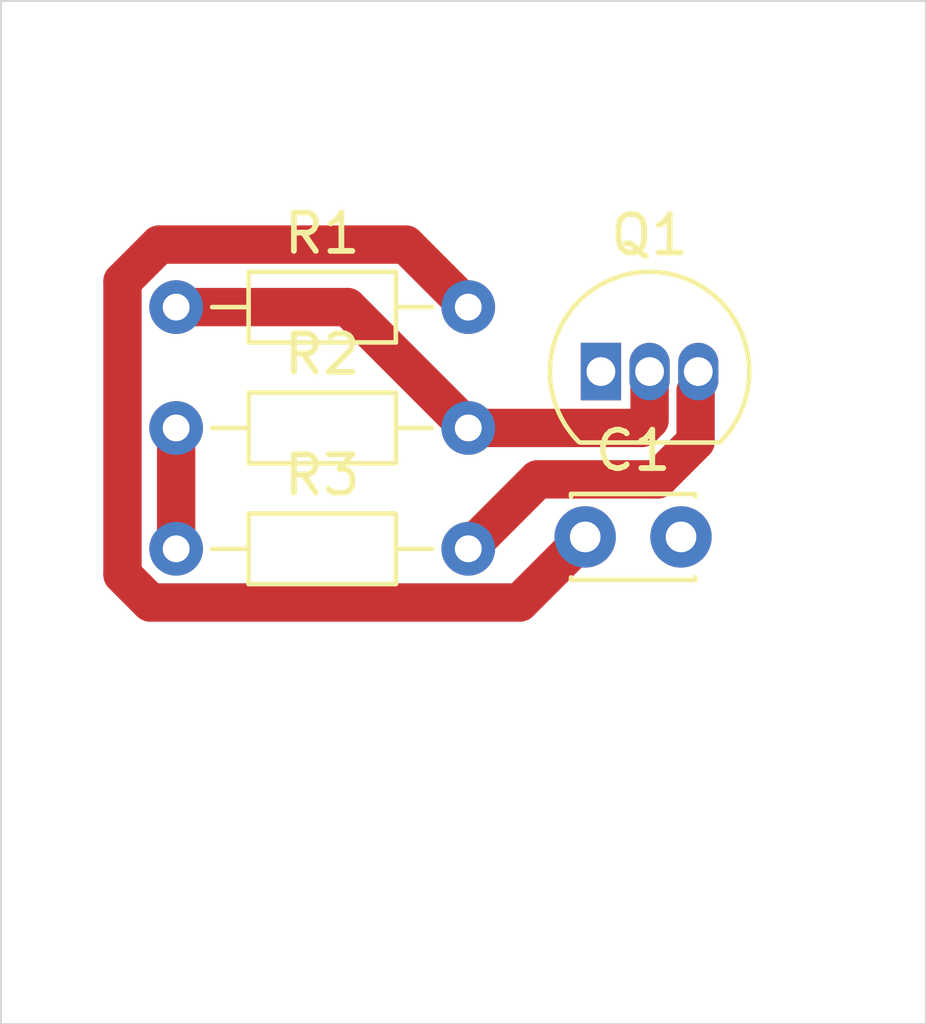
<source format=kicad_pcb>
(kicad_pcb (version 20171130) (host pcbnew "(5.1.2)-2")

  (general
    (thickness 1.6)
    (drawings 5)
    (tracks 18)
    (zones 0)
    (modules 5)
    (nets 7)
  )

  (page A4)
  (layers
    (0 F.Cu signal)
    (31 B.Cu signal)
    (32 B.Adhes user)
    (33 F.Adhes user)
    (34 B.Paste user)
    (35 F.Paste user)
    (36 B.SilkS user)
    (37 F.SilkS user)
    (38 B.Mask user)
    (39 F.Mask user)
    (40 Dwgs.User user)
    (41 Cmts.User user)
    (42 Eco1.User user)
    (43 Eco2.User user)
    (44 Edge.Cuts user)
    (45 Margin user)
    (46 B.CrtYd user)
    (47 F.CrtYd user)
    (48 B.Fab user)
    (49 F.Fab user)
  )

  (setup
    (last_trace_width 1)
    (user_trace_width 1)
    (trace_clearance 0.2)
    (zone_clearance 0.508)
    (zone_45_only no)
    (trace_min 0.2)
    (via_size 0.8)
    (via_drill 0.4)
    (via_min_size 0.4)
    (via_min_drill 0.3)
    (uvia_size 0.3)
    (uvia_drill 0.1)
    (uvias_allowed no)
    (uvia_min_size 0.2)
    (uvia_min_drill 0.1)
    (edge_width 0.05)
    (segment_width 0.2)
    (pcb_text_width 0.3)
    (pcb_text_size 1.5 1.5)
    (mod_edge_width 0.12)
    (mod_text_size 1 1)
    (mod_text_width 0.15)
    (pad_size 1.524 1.524)
    (pad_drill 0.762)
    (pad_to_mask_clearance 0.051)
    (solder_mask_min_width 0.25)
    (aux_axis_origin 0 0)
    (visible_elements FFFFFF7F)
    (pcbplotparams
      (layerselection 0x010fc_ffffffff)
      (usegerberextensions false)
      (usegerberattributes false)
      (usegerberadvancedattributes false)
      (creategerberjobfile false)
      (excludeedgelayer true)
      (linewidth 0.100000)
      (plotframeref false)
      (viasonmask false)
      (mode 1)
      (useauxorigin false)
      (hpglpennumber 1)
      (hpglpenspeed 20)
      (hpglpendiameter 15.000000)
      (psnegative false)
      (psa4output false)
      (plotreference true)
      (plotvalue true)
      (plotinvisibletext false)
      (padsonsilk false)
      (subtractmaskfromsilk false)
      (outputformat 1)
      (mirror false)
      (drillshape 1)
      (scaleselection 1)
      (outputdirectory ""))
  )

  (net 0 "")
  (net 1 "Net-(C1-Pad2)")
  (net 2 "Net-(C1-Pad1)")
  (net 3 VCC)
  (net 4 "Net-(Q1-Pad3)")
  (net 5 "Net-(Q1-Pad2)")
  (net 6 GND)

  (net_class Default "Esta é a classe de rede padrão."
    (clearance 0.2)
    (trace_width 0.25)
    (via_dia 0.8)
    (via_drill 0.4)
    (uvia_dia 0.3)
    (uvia_drill 0.1)
    (add_net GND)
    (add_net "Net-(C1-Pad1)")
    (add_net "Net-(C1-Pad2)")
    (add_net "Net-(Q1-Pad2)")
    (add_net "Net-(Q1-Pad3)")
    (add_net VCC)
  )

  (module Resistor_THT:R_Axial_DIN0204_L3.6mm_D1.6mm_P7.62mm_Horizontal (layer F.Cu) (tedit 5AE5139B) (tstamp 5D4E5DFB)
    (at 90.93 86.67)
    (descr "Resistor, Axial_DIN0204 series, Axial, Horizontal, pin pitch=7.62mm, 0.167W, length*diameter=3.6*1.6mm^2, http://cdn-reichelt.de/documents/datenblatt/B400/1_4W%23YAG.pdf")
    (tags "Resistor Axial_DIN0204 series Axial Horizontal pin pitch 7.62mm 0.167W length 3.6mm diameter 1.6mm")
    (path /5D4E20CF)
    (fp_text reference R3 (at 3.81 -1.92) (layer F.SilkS)
      (effects (font (size 1 1) (thickness 0.15)))
    )
    (fp_text value 10k (at 3.81 1.92) (layer F.Fab)
      (effects (font (size 1 1) (thickness 0.15)))
    )
    (fp_text user %R (at 3.81 0) (layer F.Fab)
      (effects (font (size 0.72 0.72) (thickness 0.108)))
    )
    (fp_line (start 8.57 -1.05) (end -0.95 -1.05) (layer F.CrtYd) (width 0.05))
    (fp_line (start 8.57 1.05) (end 8.57 -1.05) (layer F.CrtYd) (width 0.05))
    (fp_line (start -0.95 1.05) (end 8.57 1.05) (layer F.CrtYd) (width 0.05))
    (fp_line (start -0.95 -1.05) (end -0.95 1.05) (layer F.CrtYd) (width 0.05))
    (fp_line (start 6.68 0) (end 5.73 0) (layer F.SilkS) (width 0.12))
    (fp_line (start 0.94 0) (end 1.89 0) (layer F.SilkS) (width 0.12))
    (fp_line (start 5.73 -0.92) (end 1.89 -0.92) (layer F.SilkS) (width 0.12))
    (fp_line (start 5.73 0.92) (end 5.73 -0.92) (layer F.SilkS) (width 0.12))
    (fp_line (start 1.89 0.92) (end 5.73 0.92) (layer F.SilkS) (width 0.12))
    (fp_line (start 1.89 -0.92) (end 1.89 0.92) (layer F.SilkS) (width 0.12))
    (fp_line (start 7.62 0) (end 5.61 0) (layer F.Fab) (width 0.1))
    (fp_line (start 0 0) (end 2.01 0) (layer F.Fab) (width 0.1))
    (fp_line (start 5.61 -0.8) (end 2.01 -0.8) (layer F.Fab) (width 0.1))
    (fp_line (start 5.61 0.8) (end 5.61 -0.8) (layer F.Fab) (width 0.1))
    (fp_line (start 2.01 0.8) (end 5.61 0.8) (layer F.Fab) (width 0.1))
    (fp_line (start 2.01 -0.8) (end 2.01 0.8) (layer F.Fab) (width 0.1))
    (pad 2 thru_hole oval (at 7.62 0) (size 1.4 1.4) (drill 0.7) (layers *.Cu *.Mask)
      (net 4 "Net-(Q1-Pad3)"))
    (pad 1 thru_hole circle (at 0 0) (size 1.4 1.4) (drill 0.7) (layers *.Cu *.Mask)
      (net 6 GND))
    (model ${KISYS3DMOD}/Resistor_THT.3dshapes/R_Axial_DIN0204_L3.6mm_D1.6mm_P7.62mm_Horizontal.wrl
      (at (xyz 0 0 0))
      (scale (xyz 1 1 1))
      (rotate (xyz 0 0 0))
    )
  )

  (module Resistor_THT:R_Axial_DIN0204_L3.6mm_D1.6mm_P7.62mm_Horizontal (layer F.Cu) (tedit 5AE5139B) (tstamp 5D4E5DE4)
    (at 90.93 83.52)
    (descr "Resistor, Axial_DIN0204 series, Axial, Horizontal, pin pitch=7.62mm, 0.167W, length*diameter=3.6*1.6mm^2, http://cdn-reichelt.de/documents/datenblatt/B400/1_4W%23YAG.pdf")
    (tags "Resistor Axial_DIN0204 series Axial Horizontal pin pitch 7.62mm 0.167W length 3.6mm diameter 1.6mm")
    (path /5D4E1584)
    (fp_text reference R2 (at 3.81 -1.92) (layer F.SilkS)
      (effects (font (size 1 1) (thickness 0.15)))
    )
    (fp_text value 510k (at 3.81 1.92) (layer F.Fab)
      (effects (font (size 1 1) (thickness 0.15)))
    )
    (fp_text user %R (at 3.81 0) (layer F.Fab)
      (effects (font (size 0.72 0.72) (thickness 0.108)))
    )
    (fp_line (start 8.57 -1.05) (end -0.95 -1.05) (layer F.CrtYd) (width 0.05))
    (fp_line (start 8.57 1.05) (end 8.57 -1.05) (layer F.CrtYd) (width 0.05))
    (fp_line (start -0.95 1.05) (end 8.57 1.05) (layer F.CrtYd) (width 0.05))
    (fp_line (start -0.95 -1.05) (end -0.95 1.05) (layer F.CrtYd) (width 0.05))
    (fp_line (start 6.68 0) (end 5.73 0) (layer F.SilkS) (width 0.12))
    (fp_line (start 0.94 0) (end 1.89 0) (layer F.SilkS) (width 0.12))
    (fp_line (start 5.73 -0.92) (end 1.89 -0.92) (layer F.SilkS) (width 0.12))
    (fp_line (start 5.73 0.92) (end 5.73 -0.92) (layer F.SilkS) (width 0.12))
    (fp_line (start 1.89 0.92) (end 5.73 0.92) (layer F.SilkS) (width 0.12))
    (fp_line (start 1.89 -0.92) (end 1.89 0.92) (layer F.SilkS) (width 0.12))
    (fp_line (start 7.62 0) (end 5.61 0) (layer F.Fab) (width 0.1))
    (fp_line (start 0 0) (end 2.01 0) (layer F.Fab) (width 0.1))
    (fp_line (start 5.61 -0.8) (end 2.01 -0.8) (layer F.Fab) (width 0.1))
    (fp_line (start 5.61 0.8) (end 5.61 -0.8) (layer F.Fab) (width 0.1))
    (fp_line (start 2.01 0.8) (end 5.61 0.8) (layer F.Fab) (width 0.1))
    (fp_line (start 2.01 -0.8) (end 2.01 0.8) (layer F.Fab) (width 0.1))
    (pad 2 thru_hole oval (at 7.62 0) (size 1.4 1.4) (drill 0.7) (layers *.Cu *.Mask)
      (net 5 "Net-(Q1-Pad2)"))
    (pad 1 thru_hole circle (at 0 0) (size 1.4 1.4) (drill 0.7) (layers *.Cu *.Mask)
      (net 6 GND))
    (model ${KISYS3DMOD}/Resistor_THT.3dshapes/R_Axial_DIN0204_L3.6mm_D1.6mm_P7.62mm_Horizontal.wrl
      (at (xyz 0 0 0))
      (scale (xyz 1 1 1))
      (rotate (xyz 0 0 0))
    )
  )

  (module Resistor_THT:R_Axial_DIN0204_L3.6mm_D1.6mm_P7.62mm_Horizontal (layer F.Cu) (tedit 5AE5139B) (tstamp 5D4E5DCD)
    (at 90.93 80.37)
    (descr "Resistor, Axial_DIN0204 series, Axial, Horizontal, pin pitch=7.62mm, 0.167W, length*diameter=3.6*1.6mm^2, http://cdn-reichelt.de/documents/datenblatt/B400/1_4W%23YAG.pdf")
    (tags "Resistor Axial_DIN0204 series Axial Horizontal pin pitch 7.62mm 0.167W length 3.6mm diameter 1.6mm")
    (path /5D4DF610)
    (fp_text reference R1 (at 3.81 -1.92) (layer F.SilkS)
      (effects (font (size 1 1) (thickness 0.15)))
    )
    (fp_text value 1k (at 3.81 1.92) (layer F.Fab)
      (effects (font (size 1 1) (thickness 0.15)))
    )
    (fp_text user %R (at 3.81 0) (layer F.Fab)
      (effects (font (size 0.72 0.72) (thickness 0.108)))
    )
    (fp_line (start 8.57 -1.05) (end -0.95 -1.05) (layer F.CrtYd) (width 0.05))
    (fp_line (start 8.57 1.05) (end 8.57 -1.05) (layer F.CrtYd) (width 0.05))
    (fp_line (start -0.95 1.05) (end 8.57 1.05) (layer F.CrtYd) (width 0.05))
    (fp_line (start -0.95 -1.05) (end -0.95 1.05) (layer F.CrtYd) (width 0.05))
    (fp_line (start 6.68 0) (end 5.73 0) (layer F.SilkS) (width 0.12))
    (fp_line (start 0.94 0) (end 1.89 0) (layer F.SilkS) (width 0.12))
    (fp_line (start 5.73 -0.92) (end 1.89 -0.92) (layer F.SilkS) (width 0.12))
    (fp_line (start 5.73 0.92) (end 5.73 -0.92) (layer F.SilkS) (width 0.12))
    (fp_line (start 1.89 0.92) (end 5.73 0.92) (layer F.SilkS) (width 0.12))
    (fp_line (start 1.89 -0.92) (end 1.89 0.92) (layer F.SilkS) (width 0.12))
    (fp_line (start 7.62 0) (end 5.61 0) (layer F.Fab) (width 0.1))
    (fp_line (start 0 0) (end 2.01 0) (layer F.Fab) (width 0.1))
    (fp_line (start 5.61 -0.8) (end 2.01 -0.8) (layer F.Fab) (width 0.1))
    (fp_line (start 5.61 0.8) (end 5.61 -0.8) (layer F.Fab) (width 0.1))
    (fp_line (start 2.01 0.8) (end 5.61 0.8) (layer F.Fab) (width 0.1))
    (fp_line (start 2.01 -0.8) (end 2.01 0.8) (layer F.Fab) (width 0.1))
    (pad 2 thru_hole oval (at 7.62 0) (size 1.4 1.4) (drill 0.7) (layers *.Cu *.Mask)
      (net 2 "Net-(C1-Pad1)"))
    (pad 1 thru_hole circle (at 0 0) (size 1.4 1.4) (drill 0.7) (layers *.Cu *.Mask)
      (net 5 "Net-(Q1-Pad2)"))
    (model ${KISYS3DMOD}/Resistor_THT.3dshapes/R_Axial_DIN0204_L3.6mm_D1.6mm_P7.62mm_Horizontal.wrl
      (at (xyz 0 0 0))
      (scale (xyz 1 1 1))
      (rotate (xyz 0 0 0))
    )
  )

  (module Package_TO_SOT_THT:TO-92_Inline (layer F.Cu) (tedit 5A1DD157) (tstamp 5D4E5DB6)
    (at 102.01 82.05)
    (descr "TO-92 leads in-line, narrow, oval pads, drill 0.75mm (see NXP sot054_po.pdf)")
    (tags "to-92 sc-43 sc-43a sot54 PA33 transistor")
    (path /5D4E1B29)
    (fp_text reference Q1 (at 1.27 -3.56) (layer F.SilkS)
      (effects (font (size 1 1) (thickness 0.15)))
    )
    (fp_text value BC548 (at 1.27 2.79) (layer F.Fab)
      (effects (font (size 1 1) (thickness 0.15)))
    )
    (fp_arc (start 1.27 0) (end 1.27 -2.6) (angle 135) (layer F.SilkS) (width 0.12))
    (fp_arc (start 1.27 0) (end 1.27 -2.48) (angle -135) (layer F.Fab) (width 0.1))
    (fp_arc (start 1.27 0) (end 1.27 -2.6) (angle -135) (layer F.SilkS) (width 0.12))
    (fp_arc (start 1.27 0) (end 1.27 -2.48) (angle 135) (layer F.Fab) (width 0.1))
    (fp_line (start 4 2.01) (end -1.46 2.01) (layer F.CrtYd) (width 0.05))
    (fp_line (start 4 2.01) (end 4 -2.73) (layer F.CrtYd) (width 0.05))
    (fp_line (start -1.46 -2.73) (end -1.46 2.01) (layer F.CrtYd) (width 0.05))
    (fp_line (start -1.46 -2.73) (end 4 -2.73) (layer F.CrtYd) (width 0.05))
    (fp_line (start -0.5 1.75) (end 3 1.75) (layer F.Fab) (width 0.1))
    (fp_line (start -0.53 1.85) (end 3.07 1.85) (layer F.SilkS) (width 0.12))
    (fp_text user %R (at 1.27 -3.56) (layer F.Fab)
      (effects (font (size 1 1) (thickness 0.15)))
    )
    (pad 1 thru_hole rect (at 0 0) (size 1.05 1.5) (drill 0.75) (layers *.Cu *.Mask)
      (net 3 VCC))
    (pad 3 thru_hole oval (at 2.54 0) (size 1.05 1.5) (drill 0.75) (layers *.Cu *.Mask)
      (net 4 "Net-(Q1-Pad3)"))
    (pad 2 thru_hole oval (at 1.27 0) (size 1.05 1.5) (drill 0.75) (layers *.Cu *.Mask)
      (net 5 "Net-(Q1-Pad2)"))
    (model ${KISYS3DMOD}/Package_TO_SOT_THT.3dshapes/TO-92_Inline.wrl
      (at (xyz 0 0 0))
      (scale (xyz 1 1 1))
      (rotate (xyz 0 0 0))
    )
  )

  (module Capacitor_THT:C_Disc_D3.0mm_W2.0mm_P2.50mm (layer F.Cu) (tedit 5AE50EF0) (tstamp 5D4E5DA4)
    (at 101.6 86.36)
    (descr "C, Disc series, Radial, pin pitch=2.50mm, , diameter*width=3*2mm^2, Capacitor")
    (tags "C Disc series Radial pin pitch 2.50mm  diameter 3mm width 2mm Capacitor")
    (path /5D4E0DE7)
    (fp_text reference C1 (at 1.25 -2.25) (layer F.SilkS)
      (effects (font (size 1 1) (thickness 0.15)))
    )
    (fp_text value 20nF (at 1.25 2.25) (layer F.Fab)
      (effects (font (size 1 1) (thickness 0.15)))
    )
    (fp_text user %R (at 1.25 0) (layer F.Fab)
      (effects (font (size 0.6 0.6) (thickness 0.09)))
    )
    (fp_line (start 3.55 -1.25) (end -1.05 -1.25) (layer F.CrtYd) (width 0.05))
    (fp_line (start 3.55 1.25) (end 3.55 -1.25) (layer F.CrtYd) (width 0.05))
    (fp_line (start -1.05 1.25) (end 3.55 1.25) (layer F.CrtYd) (width 0.05))
    (fp_line (start -1.05 -1.25) (end -1.05 1.25) (layer F.CrtYd) (width 0.05))
    (fp_line (start 2.87 1.055) (end 2.87 1.12) (layer F.SilkS) (width 0.12))
    (fp_line (start 2.87 -1.12) (end 2.87 -1.055) (layer F.SilkS) (width 0.12))
    (fp_line (start -0.37 1.055) (end -0.37 1.12) (layer F.SilkS) (width 0.12))
    (fp_line (start -0.37 -1.12) (end -0.37 -1.055) (layer F.SilkS) (width 0.12))
    (fp_line (start -0.37 1.12) (end 2.87 1.12) (layer F.SilkS) (width 0.12))
    (fp_line (start -0.37 -1.12) (end 2.87 -1.12) (layer F.SilkS) (width 0.12))
    (fp_line (start 2.75 -1) (end -0.25 -1) (layer F.Fab) (width 0.1))
    (fp_line (start 2.75 1) (end 2.75 -1) (layer F.Fab) (width 0.1))
    (fp_line (start -0.25 1) (end 2.75 1) (layer F.Fab) (width 0.1))
    (fp_line (start -0.25 -1) (end -0.25 1) (layer F.Fab) (width 0.1))
    (pad 2 thru_hole circle (at 2.5 0) (size 1.6 1.6) (drill 0.8) (layers *.Cu *.Mask)
      (net 1 "Net-(C1-Pad2)"))
    (pad 1 thru_hole circle (at 0 0) (size 1.6 1.6) (drill 0.8) (layers *.Cu *.Mask)
      (net 2 "Net-(C1-Pad1)"))
    (model ${KISYS3DMOD}/Capacitor_THT.3dshapes/C_Disc_D3.0mm_W2.0mm_P2.50mm.wrl
      (at (xyz 0 0 0))
      (scale (xyz 1 1 1))
      (rotate (xyz 0 0 0))
    )
  )

  (gr_line (start 110.49 72.39) (end 110.49 73.66) (layer Edge.Cuts) (width 0.05) (tstamp 5D4E5EAA))
  (gr_line (start 86.36 72.39) (end 110.49 72.39) (layer Edge.Cuts) (width 0.05))
  (gr_line (start 86.36 99.06) (end 86.36 72.39) (layer Edge.Cuts) (width 0.05))
  (gr_line (start 110.49 99.06) (end 86.36 99.06) (layer Edge.Cuts) (width 0.05))
  (gr_line (start 110.49 73.66) (end 110.49 99.06) (layer Edge.Cuts) (width 0.05))

  (segment (start 100.800001 87.159999) (end 101.6 86.36) (width 1) (layer F.Cu) (net 2))
  (segment (start 99.889999 88.070001) (end 100.800001 87.159999) (width 1) (layer F.Cu) (net 2))
  (segment (start 90.257999 88.070001) (end 99.889999 88.070001) (width 1) (layer F.Cu) (net 2))
  (segment (start 89.529999 87.342001) (end 90.257999 88.070001) (width 1) (layer F.Cu) (net 2))
  (segment (start 89.529999 79.697999) (end 89.529999 87.342001) (width 1) (layer F.Cu) (net 2))
  (segment (start 90.487998 78.74) (end 89.529999 79.697999) (width 1) (layer F.Cu) (net 2))
  (segment (start 96.92 78.74) (end 90.487998 78.74) (width 1) (layer F.Cu) (net 2))
  (segment (start 98.55 80.37) (end 96.92 78.74) (width 1) (layer F.Cu) (net 2))
  (segment (start 104.48001 83.86999) (end 104.48001 82.55) (width 1) (layer F.Cu) (net 4))
  (segment (start 103.490001 84.859999) (end 104.48001 83.86999) (width 1) (layer F.Cu) (net 4))
  (segment (start 98.55 86.67) (end 100.360001 84.859999) (width 1) (layer F.Cu) (net 4))
  (segment (start 100.360001 84.859999) (end 103.490001 84.859999) (width 1) (layer F.Cu) (net 4))
  (segment (start 95.4 80.37) (end 98.55 83.52) (width 1) (layer F.Cu) (net 5))
  (segment (start 90.93 80.37) (end 95.4 80.37) (width 1) (layer F.Cu) (net 5))
  (segment (start 103.28 83.315002) (end 103.28 82.05) (width 1) (layer F.Cu) (net 5))
  (segment (start 103.075002 83.52) (end 103.28 83.315002) (width 1) (layer F.Cu) (net 5))
  (segment (start 98.55 83.52) (end 103.075002 83.52) (width 1) (layer F.Cu) (net 5))
  (segment (start 90.93 83.52) (end 90.93 86.67) (width 1) (layer F.Cu) (net 6))

)

</source>
